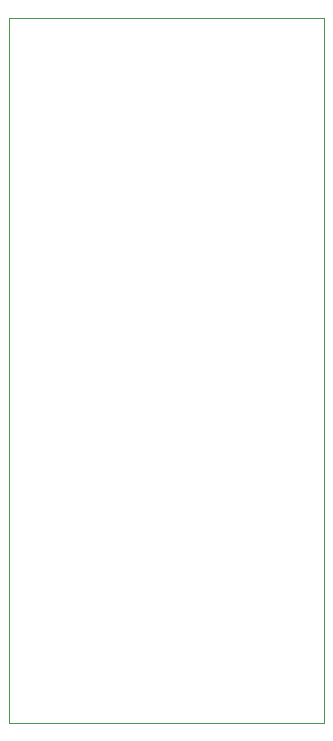
<source format=gbr>
%TF.GenerationSoftware,KiCad,Pcbnew,7.0.8*%
%TF.CreationDate,2024-12-22T17:31:23+01:00*%
%TF.ProjectId,pctransporter,70637472-616e-4737-906f-727465722e6b,rev?*%
%TF.SameCoordinates,Original*%
%TF.FileFunction,Profile,NP*%
%FSLAX46Y46*%
G04 Gerber Fmt 4.6, Leading zero omitted, Abs format (unit mm)*
G04 Created by KiCad (PCBNEW 7.0.8) date 2024-12-22 17:31:23*
%MOMM*%
%LPD*%
G01*
G04 APERTURE LIST*
%TA.AperFunction,Profile*%
%ADD10C,0.100000*%
%TD*%
G04 APERTURE END LIST*
D10*
X26670000Y-24135000D02*
X53420000Y-24135000D01*
X53420000Y-83815000D01*
X26670000Y-83815000D01*
X26670000Y-24135000D01*
M02*

</source>
